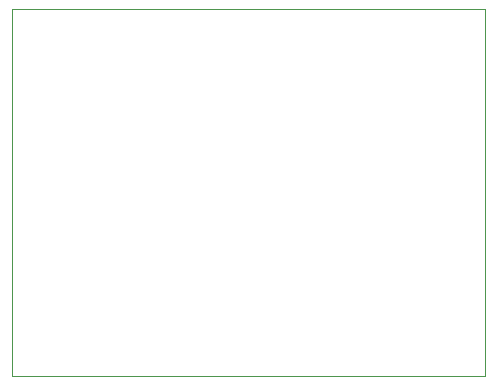
<source format=gbr>
%TF.GenerationSoftware,KiCad,Pcbnew,8.0.8*%
%TF.CreationDate,2025-07-30T23:02:56+05:30*%
%TF.ProjectId,THRUST FC,54485255-5354-4204-9643-2e6b69636164,rev?*%
%TF.SameCoordinates,Original*%
%TF.FileFunction,Profile,NP*%
%FSLAX46Y46*%
G04 Gerber Fmt 4.6, Leading zero omitted, Abs format (unit mm)*
G04 Created by KiCad (PCBNEW 8.0.8) date 2025-07-30 23:02:56*
%MOMM*%
%LPD*%
G01*
G04 APERTURE LIST*
%TA.AperFunction,Profile*%
%ADD10C,0.050000*%
%TD*%
G04 APERTURE END LIST*
D10*
X98000000Y-81000000D02*
X138000000Y-81000000D01*
X138000000Y-112000000D01*
X98000000Y-112000000D01*
X98000000Y-81000000D01*
M02*

</source>
